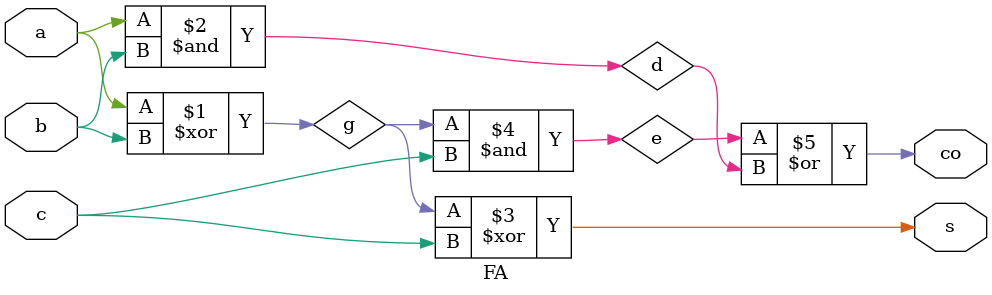
<source format=v>
`timescale 1ns / 1ps


module FA(
    input a,b,c,
    output s,co
    );
    wire g,d,e;
    xor(g,a,b);
    and(d,a,b);
    xor(s,g,c);
    and(e,g,c);
    or(co,e,d);
endmodule

</source>
